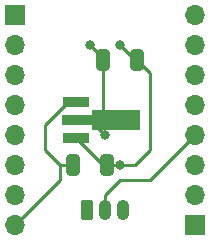
<source format=gbr>
%TF.GenerationSoftware,KiCad,Pcbnew,7.0.6*%
%TF.CreationDate,2023-08-24T15:38:00-04:00*%
%TF.ProjectId,t04mini,7430346d-696e-4692-9e6b-696361645f70,rev?*%
%TF.SameCoordinates,Original*%
%TF.FileFunction,Copper,L2,Bot*%
%TF.FilePolarity,Positive*%
%FSLAX46Y46*%
G04 Gerber Fmt 4.6, Leading zero omitted, Abs format (unit mm)*
G04 Created by KiCad (PCBNEW 7.0.6) date 2023-08-24 15:38:00*
%MOMM*%
%LPD*%
G01*
G04 APERTURE LIST*
G04 Aperture macros list*
%AMRoundRect*
0 Rectangle with rounded corners*
0 $1 Rounding radius*
0 $2 $3 $4 $5 $6 $7 $8 $9 X,Y pos of 4 corners*
0 Add a 4 corners polygon primitive as box body*
4,1,4,$2,$3,$4,$5,$6,$7,$8,$9,$2,$3,0*
0 Add four circle primitives for the rounded corners*
1,1,$1+$1,$2,$3*
1,1,$1+$1,$4,$5*
1,1,$1+$1,$6,$7*
1,1,$1+$1,$8,$9*
0 Add four rect primitives between the rounded corners*
20,1,$1+$1,$2,$3,$4,$5,0*
20,1,$1+$1,$4,$5,$6,$7,0*
20,1,$1+$1,$6,$7,$8,$9,0*
20,1,$1+$1,$8,$9,$2,$3,0*%
%AMFreePoly0*
4,1,9,5.362500,-0.866500,1.237500,-0.866500,1.237500,-0.450000,-1.237500,-0.450000,-1.237500,0.450000,1.237500,0.450000,1.237500,0.866500,5.362500,0.866500,5.362500,-0.866500,5.362500,-0.866500,$1*%
G04 Aperture macros list end*
%TA.AperFunction,SMDPad,CuDef*%
%ADD10R,2.300000X0.900000*%
%TD*%
%TA.AperFunction,SMDPad,CuDef*%
%ADD11FreePoly0,0.000000*%
%TD*%
%TA.AperFunction,ComponentPad*%
%ADD12RoundRect,0.250000X-0.265000X-0.615000X0.265000X-0.615000X0.265000X0.615000X-0.265000X0.615000X0*%
%TD*%
%TA.AperFunction,ComponentPad*%
%ADD13O,1.030000X1.730000*%
%TD*%
%TA.AperFunction,ComponentPad*%
%ADD14R,1.700000X1.700000*%
%TD*%
%TA.AperFunction,ComponentPad*%
%ADD15O,1.700000X1.700000*%
%TD*%
%TA.AperFunction,SMDPad,CuDef*%
%ADD16RoundRect,0.250000X-0.325000X-0.650000X0.325000X-0.650000X0.325000X0.650000X-0.325000X0.650000X0*%
%TD*%
%TA.AperFunction,ViaPad*%
%ADD17C,0.800000*%
%TD*%
%TA.AperFunction,Conductor*%
%ADD18C,0.250000*%
%TD*%
G04 APERTURE END LIST*
D10*
%TO.P,U2,1,GND*%
%TO.N,GND*%
X133440000Y-113260000D03*
D11*
%TO.P,U2,2,VO*%
%TO.N,+3.3V*%
X133527500Y-111760000D03*
D10*
%TO.P,U2,3,VI*%
%TO.N,+5V*%
X133440000Y-110260000D03*
%TD*%
D12*
%TO.P,J3,1,Pin_1*%
%TO.N,+3.3V*%
X134390000Y-119380000D03*
D13*
%TO.P,J3,2,Pin_2*%
%TO.N,UPDI*%
X135890000Y-119380000D03*
%TO.P,J3,3,Pin_3*%
%TO.N,GND*%
X137390000Y-119380000D03*
%TD*%
D14*
%TO.P,J2,1,Pin_1*%
%TO.N,GND*%
X143510000Y-120650000D03*
D15*
%TO.P,J2,2,Pin_2*%
%TO.N,PB1*%
X143510000Y-118110000D03*
%TO.P,J2,3,Pin_3*%
%TO.N,PB0*%
X143510000Y-115570000D03*
%TO.P,J2,4,Pin_4*%
%TO.N,UPDI*%
X143510000Y-113030000D03*
%TO.P,J2,5,Pin_5*%
%TO.N,PA1*%
X143510000Y-110490000D03*
%TO.P,J2,6,Pin_6*%
%TO.N,PA2*%
X143510000Y-107950000D03*
%TO.P,J2,7,Pin_7*%
%TO.N,PA3*%
X143510000Y-105410000D03*
%TO.P,J2,8,Pin_8*%
%TO.N,GND*%
X143510000Y-102870000D03*
%TD*%
D14*
%TO.P,J1,1,Pin_1*%
%TO.N,+3.3V*%
X128270000Y-102870000D03*
D15*
%TO.P,J1,2,Pin_2*%
%TO.N,PA4*%
X128270000Y-105410000D03*
%TO.P,J1,3,Pin_3*%
%TO.N,PA5*%
X128270000Y-107950000D03*
%TO.P,J1,4,Pin_4*%
%TO.N,PA6*%
X128270000Y-110490000D03*
%TO.P,J1,5,Pin_5*%
%TO.N,PA7*%
X128270000Y-113030000D03*
%TO.P,J1,6,Pin_6*%
%TO.N,PB3*%
X128270000Y-115570000D03*
%TO.P,J1,7,Pin_7*%
%TO.N,PB2*%
X128270000Y-118110000D03*
%TO.P,J1,8,Pin_8*%
%TO.N,+5V*%
X128270000Y-120650000D03*
%TD*%
D16*
%TO.P,C2,1*%
%TO.N,+3.3V*%
X135685000Y-106680000D03*
%TO.P,C2,2*%
%TO.N,GND*%
X138635000Y-106680000D03*
%TD*%
%TO.P,C1,1*%
%TO.N,+5V*%
X133145000Y-115570000D03*
%TO.P,C1,2*%
%TO.N,GND*%
X136095000Y-115570000D03*
%TD*%
D17*
%TO.N,+3.3V*%
X135890000Y-113030000D03*
X134620000Y-105410000D03*
%TO.N,GND*%
X137160000Y-105410000D03*
X137160000Y-115570000D03*
%TD*%
D18*
%TO.N,+3.3V*%
X135890000Y-113030000D02*
X134620000Y-111760000D01*
X134620000Y-111760000D02*
X133527500Y-111760000D01*
X135685000Y-106475000D02*
X134620000Y-105410000D01*
X135685000Y-106680000D02*
X135685000Y-106475000D01*
%TO.N,GND*%
X138430000Y-106680000D02*
X137160000Y-105410000D01*
X138635000Y-106680000D02*
X138430000Y-106680000D01*
X139700000Y-107745000D02*
X139700000Y-114300000D01*
X138635000Y-106680000D02*
X139700000Y-107745000D01*
X139700000Y-114300000D02*
X138430000Y-115570000D01*
X138430000Y-115570000D02*
X137160000Y-115570000D01*
X137160000Y-115570000D02*
X136095000Y-115570000D01*
%TO.N,UPDI*%
X135890000Y-118110000D02*
X137160000Y-116840000D01*
X135890000Y-119380000D02*
X135890000Y-118110000D01*
X137160000Y-116840000D02*
X139700000Y-116840000D01*
X139700000Y-116840000D02*
X143510000Y-113030000D01*
%TO.N,+5V*%
X128270000Y-120650000D02*
X132080000Y-116840000D01*
X132080000Y-116840000D02*
X132080000Y-115570000D01*
%TO.N,GND*%
X136095000Y-115570000D02*
X135750000Y-115570000D01*
X135750000Y-115570000D02*
X133440000Y-113260000D01*
%TO.N,+5V*%
X132080000Y-115570000D02*
X130810000Y-114300000D01*
X133145000Y-115570000D02*
X132080000Y-115570000D01*
X130810000Y-114300000D02*
X130810000Y-112190000D01*
X130810000Y-112190000D02*
X132740000Y-110260000D01*
X132740000Y-110260000D02*
X133440000Y-110260000D01*
%TO.N,+3.3V*%
X135685000Y-106680000D02*
X135685000Y-111555000D01*
X135685000Y-111555000D02*
X135890000Y-111760000D01*
X135890000Y-111760000D02*
X133527500Y-111760000D01*
%TD*%
M02*

</source>
